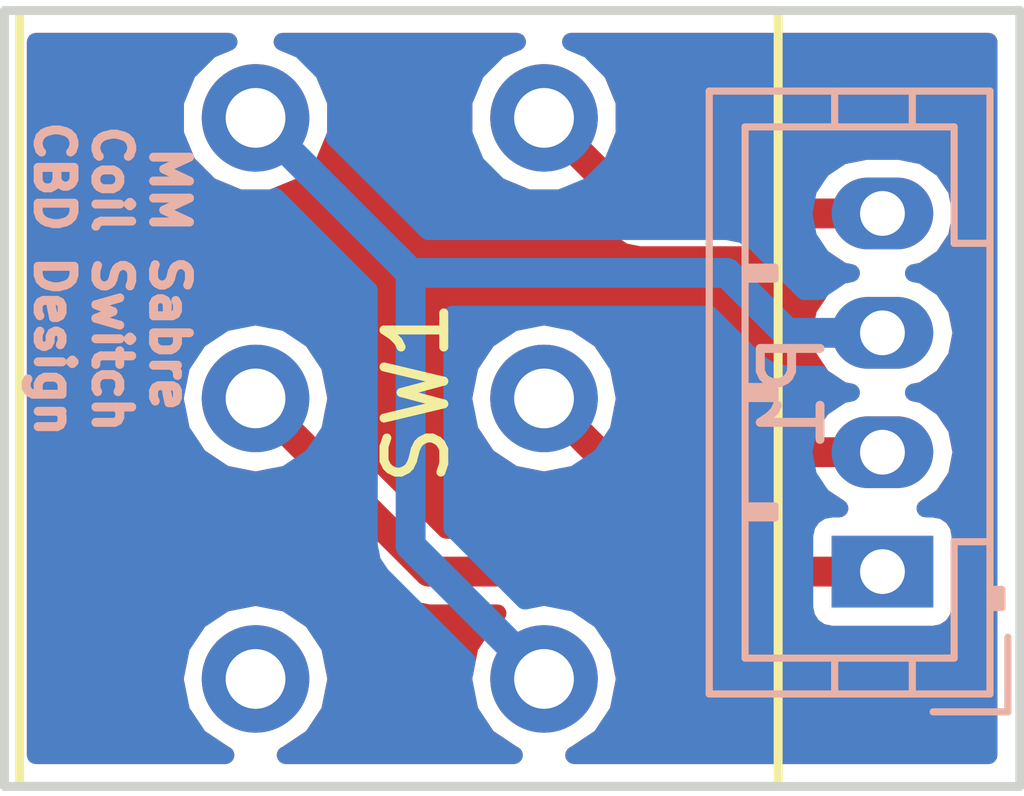
<source format=kicad_pcb>
(kicad_pcb (version 4) (host pcbnew 4.0.4-1.fc24-product)

  (general
    (links 5)
    (no_connects 0)
    (area 136.778599 82.523899 154.225001 96.473901)
    (thickness 1.6)
    (drawings 5)
    (tracks 13)
    (zones 0)
    (modules 2)
    (nets 6)
  )

  (page A4)
  (layers
    (0 F.Cu signal)
    (31 B.Cu signal)
    (32 B.Adhes user)
    (33 F.Adhes user)
    (34 B.Paste user)
    (35 F.Paste user)
    (36 B.SilkS user)
    (37 F.SilkS user)
    (38 B.Mask user)
    (39 F.Mask user)
    (40 Dwgs.User user)
    (41 Cmts.User user)
    (42 Eco1.User user)
    (43 Eco2.User user)
    (44 Edge.Cuts user)
    (45 Margin user)
    (46 B.CrtYd user)
    (47 F.CrtYd user)
    (48 B.Fab user)
    (49 F.Fab user)
  )

  (setup
    (last_trace_width 0.5)
    (trace_clearance 0.3)
    (zone_clearance 0.3)
    (zone_45_only no)
    (trace_min 0.2)
    (segment_width 0.2)
    (edge_width 0.15)
    (via_size 0.6)
    (via_drill 0.4)
    (via_min_size 0.4)
    (via_min_drill 0.3)
    (uvia_size 0.3)
    (uvia_drill 0.1)
    (uvias_allowed no)
    (uvia_min_size 0.2)
    (uvia_min_drill 0.1)
    (pcb_text_width 0.3)
    (pcb_text_size 1.5 1.5)
    (mod_edge_width 0.15)
    (mod_text_size 1 1)
    (mod_text_width 0.15)
    (pad_size 1.524 1.524)
    (pad_drill 0.762)
    (pad_to_mask_clearance 0.2)
    (aux_axis_origin 0 0)
    (visible_elements FFFFFF7F)
    (pcbplotparams
      (layerselection 0x00030_80000001)
      (usegerberextensions false)
      (excludeedgelayer true)
      (linewidth 0.100000)
      (plotframeref false)
      (viasonmask false)
      (mode 1)
      (useauxorigin false)
      (hpglpennumber 1)
      (hpglpenspeed 20)
      (hpglpendiameter 15)
      (hpglpenoverlay 2)
      (psnegative false)
      (psa4output false)
      (plotreference true)
      (plotvalue true)
      (plotinvisibletext false)
      (padsonsilk false)
      (subtractmaskfromsilk false)
      (outputformat 1)
      (mirror false)
      (drillshape 1)
      (scaleselection 1)
      (outputdirectory ""))
  )

  (net 0 "")
  (net 1 /NC)
  (net 2 /NH)
  (net 3 /BC)
  (net 4 /BH)
  (net 5 "Net-(SW1-Pad6)")

  (net_class Default "This is the default net class."
    (clearance 0.3)
    (trace_width 0.5)
    (via_dia 0.6)
    (via_drill 0.4)
    (uvia_dia 0.3)
    (uvia_drill 0.1)
    (add_net /BC)
    (add_net /BH)
    (add_net /NC)
    (add_net /NH)
    (add_net "Net-(SW1-Pad6)")
  )

  (module LIBS:NKK_DPDT (layer F.Cu) (tedit 5B0749A7) (tstamp 5B074997)
    (at 146.0036 84.7989 90)
    (descr "2-way 2.54mm pitch terminal block, Phoenix MPT series")
    (path /5B065E8D)
    (fp_text reference SW1 (at -4.6011 -2.1036 270) (layer F.SilkS)
      (effects (font (size 1 1) (thickness 0.15)))
    )
    (fp_text value Switch_SPDT_x2 (at -4.45 5.2 90) (layer F.Fab) hide
      (effects (font (size 1 1) (thickness 0.15)))
    )
    (fp_text user %R (at -4.6011 -2.1036 90) (layer F.Fab) hide
      (effects (font (size 1 1) (thickness 0.15)))
    )
    (fp_line (start 1.95 4.1) (end -11.35 4.1) (layer F.CrtYd) (width 0.05))
    (fp_line (start 1.95 -8.9) (end 1.95 4.1) (layer F.CrtYd) (width 0.05))
    (fp_line (start -11.346872 -8.899165) (end 1.95 -8.9) (layer F.CrtYd) (width 0.05))
    (fp_line (start -11.35 4.1) (end -11.35 -8.9) (layer F.CrtYd) (width 0.05))
    (fp_line (start 1.8 -8.75) (end -11.2 -8.75) (layer F.SilkS) (width 0.15))
    (fp_line (start -11.2 -8.75) (end -11.2 3.95) (layer F.SilkS) (width 0.15))
    (fp_line (start -11.2 3.95) (end 1.8 3.95) (layer F.SilkS) (width 0.15))
    (fp_line (start 1.8 3.95) (end 1.8 -8.75) (layer F.SilkS) (width 0.15))
    (pad 5 thru_hole oval (at -4.7 -4.8 270) (size 1.8 1.8) (drill 1) (layers *.Cu *.Mask)
      (net 1 /NC))
    (pad 4 thru_hole circle (at 0 -4.8 270) (size 1.8 1.8) (drill 1) (layers *.Cu *.Mask)
      (net 3 /BC))
    (pad 6 thru_hole oval (at -9.4 -4.8 270) (size 1.8 1.8) (drill 1) (layers *.Cu *.Mask)
      (net 5 "Net-(SW1-Pad6)"))
    (pad 1 thru_hole circle (at 0 0.03 270) (size 1.8 1.8) (drill 1) (layers *.Cu *.Mask)
      (net 4 /BH))
    (pad 2 thru_hole oval (at -4.7 0.03 270) (size 1.8 1.8) (drill 1) (layers *.Cu *.Mask)
      (net 2 /NH))
    (pad 3 thru_hole oval (at -9.4 0.03 270) (size 1.8 1.8) (drill 1) (layers *.Cu *.Mask)
      (net 3 /BC))
    (model ${KISYS3DMOD}/TerminalBlock_Phoenix.3dshapes/TerminalBlock_Phoenix_MPT-2.54mm_2pol.wrl
      (at (xyz 0.05 0 0))
      (scale (xyz 1 1 1))
      (rotate (xyz 0 0 0))
    )
  )

  (module Connectors_JST:JST_PH_B4B-PH-K_04x2.00mm_Straight (layer B.Cu) (tedit 5B0749E5) (tstamp 5B0749D1)
    (at 151.7 92.4 90)
    (descr "JST PH series connector, B4B-PH-K, top entry type, through hole, Datasheet: http://www.jst-mfg.com/product/pdf/eng/ePH.pdf")
    (tags "connector jst ph")
    (path /5B065FE9)
    (fp_text reference P1 (at 3 -1.5 90) (layer B.SilkS)
      (effects (font (size 1 1) (thickness 0.15)) (justify mirror))
    )
    (fp_text value CONN_01X04 (at 3 -3.8 90) (layer B.Fab) hide
      (effects (font (size 1 1) (thickness 0.15)) (justify mirror))
    )
    (fp_line (start -2.05 1.8) (end -2.05 -2.9) (layer B.SilkS) (width 0.12))
    (fp_line (start -2.05 -2.9) (end 8.05 -2.9) (layer B.SilkS) (width 0.12))
    (fp_line (start 8.05 -2.9) (end 8.05 1.8) (layer B.SilkS) (width 0.12))
    (fp_line (start 8.05 1.8) (end -2.05 1.8) (layer B.SilkS) (width 0.12))
    (fp_line (start 0.5 1.8) (end 0.5 1.2) (layer B.SilkS) (width 0.12))
    (fp_line (start 0.5 1.2) (end -1.45 1.2) (layer B.SilkS) (width 0.12))
    (fp_line (start -1.45 1.2) (end -1.45 -2.3) (layer B.SilkS) (width 0.12))
    (fp_line (start -1.45 -2.3) (end 7.45 -2.3) (layer B.SilkS) (width 0.12))
    (fp_line (start 7.45 -2.3) (end 7.45 1.2) (layer B.SilkS) (width 0.12))
    (fp_line (start 7.45 1.2) (end 5.5 1.2) (layer B.SilkS) (width 0.12))
    (fp_line (start 5.5 1.2) (end 5.5 1.8) (layer B.SilkS) (width 0.12))
    (fp_line (start -2.05 0.5) (end -1.45 0.5) (layer B.SilkS) (width 0.12))
    (fp_line (start -2.05 -0.8) (end -1.45 -0.8) (layer B.SilkS) (width 0.12))
    (fp_line (start 8.05 0.5) (end 7.45 0.5) (layer B.SilkS) (width 0.12))
    (fp_line (start 8.05 -0.8) (end 7.45 -0.8) (layer B.SilkS) (width 0.12))
    (fp_line (start -0.3 1.8) (end -0.3 2) (layer B.SilkS) (width 0.12))
    (fp_line (start -0.3 2) (end -0.6 2) (layer B.SilkS) (width 0.12))
    (fp_line (start -0.6 2) (end -0.6 1.8) (layer B.SilkS) (width 0.12))
    (fp_line (start -0.3 1.9) (end -0.6 1.9) (layer B.SilkS) (width 0.12))
    (fp_line (start 0.9 -2.3) (end 0.9 -1.8) (layer B.SilkS) (width 0.12))
    (fp_line (start 0.9 -1.8) (end 1.1 -1.8) (layer B.SilkS) (width 0.12))
    (fp_line (start 1.1 -1.8) (end 1.1 -2.3) (layer B.SilkS) (width 0.12))
    (fp_line (start 1 -2.3) (end 1 -1.8) (layer B.SilkS) (width 0.12))
    (fp_line (start 2.9 -2.3) (end 2.9 -1.8) (layer B.SilkS) (width 0.12))
    (fp_line (start 2.9 -1.8) (end 3.1 -1.8) (layer B.SilkS) (width 0.12))
    (fp_line (start 3.1 -1.8) (end 3.1 -2.3) (layer B.SilkS) (width 0.12))
    (fp_line (start 3 -2.3) (end 3 -1.8) (layer B.SilkS) (width 0.12))
    (fp_line (start 4.9 -2.3) (end 4.9 -1.8) (layer B.SilkS) (width 0.12))
    (fp_line (start 4.9 -1.8) (end 5.1 -1.8) (layer B.SilkS) (width 0.12))
    (fp_line (start 5.1 -1.8) (end 5.1 -2.3) (layer B.SilkS) (width 0.12))
    (fp_line (start 5 -2.3) (end 5 -1.8) (layer B.SilkS) (width 0.12))
    (fp_line (start -1.1 2.1) (end -2.35 2.1) (layer B.SilkS) (width 0.12))
    (fp_line (start -2.35 2.1) (end -2.35 0.85) (layer B.SilkS) (width 0.12))
    (fp_line (start -1.1 2.1) (end -2.35 2.1) (layer B.Fab) (width 0.1))
    (fp_line (start -2.35 2.1) (end -2.35 0.85) (layer B.Fab) (width 0.1))
    (fp_line (start -1.95 1.7) (end -1.95 -2.8) (layer B.Fab) (width 0.1))
    (fp_line (start -1.95 -2.8) (end 7.95 -2.8) (layer B.Fab) (width 0.1))
    (fp_line (start 7.95 -2.8) (end 7.95 1.7) (layer B.Fab) (width 0.1))
    (fp_line (start 7.95 1.7) (end -1.95 1.7) (layer B.Fab) (width 0.1))
    (fp_line (start -2.45 2.2) (end -2.45 -3.3) (layer B.CrtYd) (width 0.05))
    (fp_line (start -2.45 -3.3) (end 8.45 -3.3) (layer B.CrtYd) (width 0.05))
    (fp_line (start 8.45 -3.3) (end 8.45 2.2) (layer B.CrtYd) (width 0.05))
    (fp_line (start 8.45 2.2) (end -2.45 2.2) (layer B.CrtYd) (width 0.05))
    (fp_text user %R (at 3 -1.5 90) (layer B.Fab) hide
      (effects (font (size 1 1) (thickness 0.15)) (justify mirror))
    )
    (pad 1 thru_hole rect (at 0 0 90) (size 1.2 1.7) (drill 0.75) (layers *.Cu *.Mask)
      (net 1 /NC))
    (pad 2 thru_hole oval (at 2 0 90) (size 1.2 1.7) (drill 0.75) (layers *.Cu *.Mask)
      (net 2 /NH))
    (pad 3 thru_hole oval (at 4 0 90) (size 1.2 1.7) (drill 0.75) (layers *.Cu *.Mask)
      (net 3 /BC))
    (pad 4 thru_hole oval (at 6 0 90) (size 1.2 1.7) (drill 0.75) (layers *.Cu *.Mask)
      (net 4 /BH))
    (model ${KISYS3DMOD}/Connectors_JST.3dshapes/JST_PH_B4B-PH-K_04x2.00mm_Straight.wrl
      (at (xyz 0 0 0))
      (scale (xyz 1 1 1))
      (rotate (xyz 0 0 0))
    )
  )

  (gr_text "MM Sabre\nCoil Switch\nCBD Design" (at 138.8 87.5 270) (layer B.SilkS)
    (effects (font (size 0.6 0.6) (thickness 0.15)))
  )
  (gr_line (start 154 96) (end 137 96) (layer Edge.Cuts) (width 0.15))
  (gr_line (start 154 83) (end 154 96) (layer Edge.Cuts) (width 0.15))
  (gr_line (start 137 83) (end 154 83) (layer Edge.Cuts) (width 0.15))
  (gr_line (start 137 96) (end 137 83) (layer Edge.Cuts) (width 0.15))

  (segment (start 151.7 92.4) (end 144.1047 92.4) (width 0.5) (layer F.Cu) (net 1))
  (segment (start 144.1047 92.4) (end 141.2036 89.4989) (width 0.5) (layer F.Cu) (net 1))
  (segment (start 151.7 90.4) (end 146.9347 90.4) (width 0.5) (layer F.Cu) (net 2))
  (segment (start 146.9347 90.4) (end 146.0336 89.4989) (width 0.5) (layer F.Cu) (net 2))
  (segment (start 151.7 88.4) (end 150.1 88.4) (width 0.5) (layer B.Cu) (net 3))
  (segment (start 150.1 88.4) (end 149.0953 87.3953) (width 0.5) (layer B.Cu) (net 3))
  (segment (start 149.0953 87.3953) (end 143.8 87.3953) (width 0.5) (layer B.Cu) (net 3))
  (segment (start 146.0336 94.1989) (end 143.8 91.9653) (width 0.5) (layer B.Cu) (net 3))
  (segment (start 143.8 91.9653) (end 143.8 87.3953) (width 0.5) (layer B.Cu) (net 3))
  (segment (start 143.8 87.3953) (end 142.103599 85.698899) (width 0.5) (layer B.Cu) (net 3))
  (segment (start 142.103599 85.698899) (end 141.2036 84.7989) (width 0.5) (layer B.Cu) (net 3))
  (segment (start 151.7 86.4) (end 147.6347 86.4) (width 0.5) (layer F.Cu) (net 4))
  (segment (start 147.6347 86.4) (end 146.0336 84.7989) (width 0.5) (layer F.Cu) (net 4))

  (zone (net 0) (net_name "") (layer F.Cu) (tstamp 0) (hatch edge 0.508)
    (connect_pads (clearance 0.3))
    (min_thickness 0.3)
    (fill yes (arc_segments 16) (thermal_gap 0.3) (thermal_bridge_width 0.6))
    (polygon
      (pts
        (xy 137 96) (xy 137 83) (xy 154 83) (xy 154 96)
      )
    )
    (filled_polygon
      (pts
        (xy 140.439885 83.653758) (xy 140.059793 84.033188) (xy 139.853835 84.52919) (xy 139.853366 85.066253) (xy 140.058458 85.562615)
        (xy 140.437888 85.942707) (xy 140.93389 86.148665) (xy 141.470953 86.149134) (xy 141.967315 85.944042) (xy 142.347407 85.564612)
        (xy 142.553365 85.06861) (xy 142.553834 84.531547) (xy 142.348742 84.035185) (xy 141.969312 83.655093) (xy 141.656013 83.525)
        (xy 145.581504 83.525) (xy 145.269885 83.653758) (xy 144.889793 84.033188) (xy 144.683835 84.52919) (xy 144.683366 85.066253)
        (xy 144.888458 85.562615) (xy 145.267888 85.942707) (xy 145.76389 86.148665) (xy 146.300953 86.149134) (xy 146.366713 86.121963)
        (xy 147.139725 86.894975) (xy 147.366822 87.046716) (xy 147.6347 87.1) (xy 150.653697 87.1) (xy 150.682069 87.142462)
        (xy 151.022713 87.370074) (xy 151.173162 87.4) (xy 151.022713 87.429926) (xy 150.682069 87.657538) (xy 150.454457 87.998182)
        (xy 150.374531 88.4) (xy 150.454457 88.801818) (xy 150.682069 89.142462) (xy 151.022713 89.370074) (xy 151.173162 89.4)
        (xy 151.022713 89.429926) (xy 150.682069 89.657538) (xy 150.653697 89.7) (xy 147.348859 89.7) (xy 147.3836 89.525348)
        (xy 147.3836 89.472452) (xy 147.280837 88.955829) (xy 146.988194 88.517858) (xy 146.550223 88.225215) (xy 146.0336 88.122452)
        (xy 145.516977 88.225215) (xy 145.079006 88.517858) (xy 144.786363 88.955829) (xy 144.6836 89.472452) (xy 144.6836 89.525348)
        (xy 144.786363 90.041971) (xy 145.079006 90.479942) (xy 145.516977 90.772585) (xy 146.0336 90.875348) (xy 146.355974 90.811224)
        (xy 146.439725 90.894975) (xy 146.666821 91.046716) (xy 146.9347 91.1) (xy 150.653697 91.1) (xy 150.682069 91.142462)
        (xy 150.979476 91.341184) (xy 150.85 91.341184) (xy 150.68324 91.372562) (xy 150.530081 91.471117) (xy 150.427332 91.621495)
        (xy 150.411434 91.7) (xy 144.39465 91.7) (xy 142.498252 89.803602) (xy 142.5536 89.525348) (xy 142.5536 89.472452)
        (xy 142.450837 88.955829) (xy 142.158194 88.517858) (xy 141.720223 88.225215) (xy 141.2036 88.122452) (xy 140.686977 88.225215)
        (xy 140.249006 88.517858) (xy 139.956363 88.955829) (xy 139.8536 89.472452) (xy 139.8536 89.525348) (xy 139.956363 90.041971)
        (xy 140.249006 90.479942) (xy 140.686977 90.772585) (xy 141.2036 90.875348) (xy 141.525974 90.811224) (xy 143.609725 92.894975)
        (xy 143.836821 93.046716) (xy 144.1047 93.1) (xy 145.255393 93.1) (xy 145.079006 93.217858) (xy 144.786363 93.655829)
        (xy 144.6836 94.172452) (xy 144.6836 94.225348) (xy 144.786363 94.741971) (xy 145.079006 95.179942) (xy 145.516977 95.472585)
        (xy 145.529118 95.475) (xy 141.708082 95.475) (xy 141.720223 95.472585) (xy 142.158194 95.179942) (xy 142.450837 94.741971)
        (xy 142.5536 94.225348) (xy 142.5536 94.172452) (xy 142.450837 93.655829) (xy 142.158194 93.217858) (xy 141.720223 92.925215)
        (xy 141.2036 92.822452) (xy 140.686977 92.925215) (xy 140.249006 93.217858) (xy 139.956363 93.655829) (xy 139.8536 94.172452)
        (xy 139.8536 94.225348) (xy 139.956363 94.741971) (xy 140.249006 95.179942) (xy 140.686977 95.472585) (xy 140.699118 95.475)
        (xy 137.525 95.475) (xy 137.525 83.525) (xy 140.751504 83.525)
      )
    )
    (filled_polygon
      (pts
        (xy 153.475 95.475) (xy 146.538082 95.475) (xy 146.550223 95.472585) (xy 146.988194 95.179942) (xy 147.280837 94.741971)
        (xy 147.3836 94.225348) (xy 147.3836 94.172452) (xy 147.280837 93.655829) (xy 146.988194 93.217858) (xy 146.811807 93.1)
        (xy 150.41 93.1) (xy 150.422562 93.16676) (xy 150.521117 93.319919) (xy 150.671495 93.422668) (xy 150.85 93.458816)
        (xy 152.55 93.458816) (xy 152.71676 93.427438) (xy 152.869919 93.328883) (xy 152.972668 93.178505) (xy 153.008816 93)
        (xy 153.008816 91.8) (xy 152.977438 91.63324) (xy 152.878883 91.480081) (xy 152.728505 91.377332) (xy 152.55 91.341184)
        (xy 152.420524 91.341184) (xy 152.717931 91.142462) (xy 152.945543 90.801818) (xy 153.025469 90.4) (xy 152.945543 89.998182)
        (xy 152.717931 89.657538) (xy 152.377287 89.429926) (xy 152.226838 89.4) (xy 152.377287 89.370074) (xy 152.717931 89.142462)
        (xy 152.945543 88.801818) (xy 153.025469 88.4) (xy 152.945543 87.998182) (xy 152.717931 87.657538) (xy 152.377287 87.429926)
        (xy 152.226838 87.4) (xy 152.377287 87.370074) (xy 152.717931 87.142462) (xy 152.945543 86.801818) (xy 153.025469 86.4)
        (xy 152.945543 85.998182) (xy 152.717931 85.657538) (xy 152.377287 85.429926) (xy 151.975469 85.35) (xy 151.424531 85.35)
        (xy 151.022713 85.429926) (xy 150.682069 85.657538) (xy 150.653697 85.7) (xy 147.92465 85.7) (xy 147.356928 85.132278)
        (xy 147.383365 85.06861) (xy 147.383834 84.531547) (xy 147.178742 84.035185) (xy 146.799312 83.655093) (xy 146.486013 83.525)
        (xy 153.475 83.525)
      )
    )
  )
  (zone (net 0) (net_name "") (layer B.Cu) (tstamp 0) (hatch edge 0.508)
    (connect_pads (clearance 0.3))
    (min_thickness 0.3)
    (fill yes (arc_segments 16) (thermal_gap 0.3) (thermal_bridge_width 0.6))
    (polygon
      (pts
        (xy 137 96) (xy 137 83) (xy 154 83) (xy 154 96)
      )
    )
    (filled_polygon
      (pts
        (xy 140.439885 83.653758) (xy 140.059793 84.033188) (xy 139.853835 84.52919) (xy 139.853366 85.066253) (xy 140.058458 85.562615)
        (xy 140.437888 85.942707) (xy 140.93389 86.148665) (xy 141.470953 86.149134) (xy 141.536713 86.121963) (xy 143.1 87.68525)
        (xy 143.1 91.9653) (xy 143.153284 92.233179) (xy 143.305025 92.460275) (xy 144.738948 93.894198) (xy 144.6836 94.172452)
        (xy 144.6836 94.225348) (xy 144.786363 94.741971) (xy 145.079006 95.179942) (xy 145.516977 95.472585) (xy 145.529118 95.475)
        (xy 141.708082 95.475) (xy 141.720223 95.472585) (xy 142.158194 95.179942) (xy 142.450837 94.741971) (xy 142.5536 94.225348)
        (xy 142.5536 94.172452) (xy 142.450837 93.655829) (xy 142.158194 93.217858) (xy 141.720223 92.925215) (xy 141.2036 92.822452)
        (xy 140.686977 92.925215) (xy 140.249006 93.217858) (xy 139.956363 93.655829) (xy 139.8536 94.172452) (xy 139.8536 94.225348)
        (xy 139.956363 94.741971) (xy 140.249006 95.179942) (xy 140.686977 95.472585) (xy 140.699118 95.475) (xy 137.525 95.475)
        (xy 137.525 89.472452) (xy 139.8536 89.472452) (xy 139.8536 89.525348) (xy 139.956363 90.041971) (xy 140.249006 90.479942)
        (xy 140.686977 90.772585) (xy 141.2036 90.875348) (xy 141.720223 90.772585) (xy 142.158194 90.479942) (xy 142.450837 90.041971)
        (xy 142.5536 89.525348) (xy 142.5536 89.472452) (xy 142.450837 88.955829) (xy 142.158194 88.517858) (xy 141.720223 88.225215)
        (xy 141.2036 88.122452) (xy 140.686977 88.225215) (xy 140.249006 88.517858) (xy 139.956363 88.955829) (xy 139.8536 89.472452)
        (xy 137.525 89.472452) (xy 137.525 83.525) (xy 140.751504 83.525)
      )
    )
    (filled_polygon
      (pts
        (xy 145.269885 83.653758) (xy 144.889793 84.033188) (xy 144.683835 84.52919) (xy 144.683366 85.066253) (xy 144.888458 85.562615)
        (xy 145.267888 85.942707) (xy 145.76389 86.148665) (xy 146.300953 86.149134) (xy 146.797315 85.944042) (xy 147.177407 85.564612)
        (xy 147.383365 85.06861) (xy 147.383834 84.531547) (xy 147.178742 84.035185) (xy 146.799312 83.655093) (xy 146.486013 83.525)
        (xy 153.475 83.525) (xy 153.475 95.475) (xy 146.538082 95.475) (xy 146.550223 95.472585) (xy 146.988194 95.179942)
        (xy 147.280837 94.741971) (xy 147.3836 94.225348) (xy 147.3836 94.172452) (xy 147.280837 93.655829) (xy 146.988194 93.217858)
        (xy 146.550223 92.925215) (xy 146.0336 92.822452) (xy 145.711226 92.886576) (xy 144.5 91.67535) (xy 144.5 89.472452)
        (xy 144.6836 89.472452) (xy 144.6836 89.525348) (xy 144.786363 90.041971) (xy 145.079006 90.479942) (xy 145.516977 90.772585)
        (xy 146.0336 90.875348) (xy 146.550223 90.772585) (xy 146.988194 90.479942) (xy 147.280837 90.041971) (xy 147.3836 89.525348)
        (xy 147.3836 89.472452) (xy 147.280837 88.955829) (xy 146.988194 88.517858) (xy 146.550223 88.225215) (xy 146.0336 88.122452)
        (xy 145.516977 88.225215) (xy 145.079006 88.517858) (xy 144.786363 88.955829) (xy 144.6836 89.472452) (xy 144.5 89.472452)
        (xy 144.5 88.0953) (xy 148.80535 88.0953) (xy 149.605023 88.894972) (xy 149.605025 88.894975) (xy 149.832122 89.046716)
        (xy 150.1 89.1) (xy 150.653697 89.1) (xy 150.682069 89.142462) (xy 151.022713 89.370074) (xy 151.173162 89.4)
        (xy 151.022713 89.429926) (xy 150.682069 89.657538) (xy 150.454457 89.998182) (xy 150.374531 90.4) (xy 150.454457 90.801818)
        (xy 150.682069 91.142462) (xy 150.979476 91.341184) (xy 150.85 91.341184) (xy 150.68324 91.372562) (xy 150.530081 91.471117)
        (xy 150.427332 91.621495) (xy 150.391184 91.8) (xy 150.391184 93) (xy 150.422562 93.16676) (xy 150.521117 93.319919)
        (xy 150.671495 93.422668) (xy 150.85 93.458816) (xy 152.55 93.458816) (xy 152.71676 93.427438) (xy 152.869919 93.328883)
        (xy 152.972668 93.178505) (xy 153.008816 93) (xy 153.008816 91.8) (xy 152.977438 91.63324) (xy 152.878883 91.480081)
        (xy 152.728505 91.377332) (xy 152.55 91.341184) (xy 152.420524 91.341184) (xy 152.717931 91.142462) (xy 152.945543 90.801818)
        (xy 153.025469 90.4) (xy 152.945543 89.998182) (xy 152.717931 89.657538) (xy 152.377287 89.429926) (xy 152.226838 89.4)
        (xy 152.377287 89.370074) (xy 152.717931 89.142462) (xy 152.945543 88.801818) (xy 153.025469 88.4) (xy 152.945543 87.998182)
        (xy 152.717931 87.657538) (xy 152.377287 87.429926) (xy 152.226838 87.4) (xy 152.377287 87.370074) (xy 152.717931 87.142462)
        (xy 152.945543 86.801818) (xy 153.025469 86.4) (xy 152.945543 85.998182) (xy 152.717931 85.657538) (xy 152.377287 85.429926)
        (xy 151.975469 85.35) (xy 151.424531 85.35) (xy 151.022713 85.429926) (xy 150.682069 85.657538) (xy 150.454457 85.998182)
        (xy 150.374531 86.4) (xy 150.454457 86.801818) (xy 150.682069 87.142462) (xy 151.022713 87.370074) (xy 151.173162 87.4)
        (xy 151.022713 87.429926) (xy 150.682069 87.657538) (xy 150.653697 87.7) (xy 150.389949 87.7) (xy 149.590275 86.900325)
        (xy 149.363179 86.748584) (xy 149.0953 86.6953) (xy 144.08995 86.6953) (xy 142.526928 85.132278) (xy 142.553365 85.06861)
        (xy 142.553834 84.531547) (xy 142.348742 84.035185) (xy 141.969312 83.655093) (xy 141.656013 83.525) (xy 145.581504 83.525)
      )
    )
  )
)

</source>
